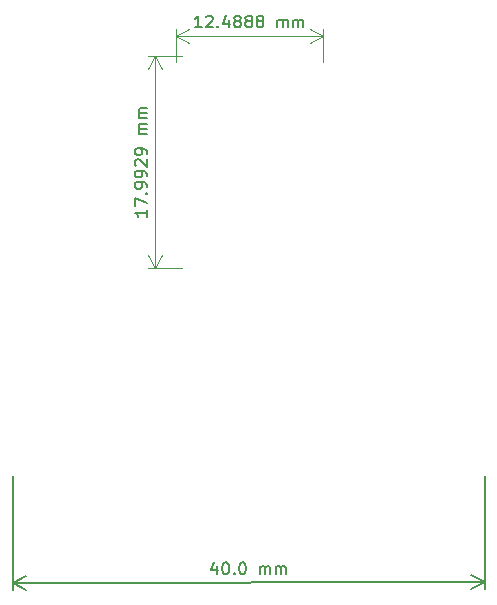
<source format=gbr>
%TF.GenerationSoftware,KiCad,Pcbnew,8.99.0-2194-gb3b7cbcab2*%
%TF.CreationDate,2024-10-21T01:16:46-04:00*%
%TF.ProjectId,shield,73686965-6c64-42e6-9b69-6361645f7063,V1.0*%
%TF.SameCoordinates,Original*%
%TF.FileFunction,Other,Comment*%
%FSLAX46Y46*%
G04 Gerber Fmt 4.6, Leading zero omitted, Abs format (unit mm)*
G04 Created by KiCad (PCBNEW 8.99.0-2194-gb3b7cbcab2) date 2024-10-21 01:16:46*
%MOMM*%
%LPD*%
G01*
G04 APERTURE LIST*
%ADD10C,0.150000*%
%ADD11C,0.100000*%
G04 APERTURE END LIST*
D10*
X146349012Y-129996550D02*
X146349847Y-130663216D01*
X146110440Y-129615896D02*
X145873239Y-130330479D01*
X145873239Y-130330479D02*
X146492286Y-130329704D01*
X147062880Y-129662323D02*
X147158118Y-129662204D01*
X147158118Y-129662204D02*
X147253416Y-129709704D01*
X147253416Y-129709704D02*
X147301094Y-129757263D01*
X147301094Y-129757263D02*
X147348833Y-129852442D01*
X147348833Y-129852442D02*
X147396690Y-130042858D01*
X147396690Y-130042858D02*
X147396988Y-130280953D01*
X147396988Y-130280953D02*
X147349607Y-130471489D01*
X147349607Y-130471489D02*
X147302108Y-130566786D01*
X147302108Y-130566786D02*
X147254548Y-130614465D01*
X147254548Y-130614465D02*
X147159370Y-130662203D01*
X147159370Y-130662203D02*
X147064132Y-130662322D01*
X147064132Y-130662322D02*
X146968834Y-130614823D01*
X146968834Y-130614823D02*
X146921156Y-130567263D01*
X146921156Y-130567263D02*
X146873417Y-130472085D01*
X146873417Y-130472085D02*
X146825560Y-130281668D01*
X146825560Y-130281668D02*
X146825262Y-130043573D01*
X146825262Y-130043573D02*
X146872643Y-129853038D01*
X146872643Y-129853038D02*
X146920142Y-129757740D01*
X146920142Y-129757740D02*
X146967702Y-129710061D01*
X146967702Y-129710061D02*
X147062880Y-129662323D01*
X147825917Y-130566131D02*
X147873595Y-130613690D01*
X147873595Y-130613690D02*
X147826036Y-130661369D01*
X147826036Y-130661369D02*
X147778357Y-130613809D01*
X147778357Y-130613809D02*
X147825917Y-130566131D01*
X147825917Y-130566131D02*
X147826036Y-130661369D01*
X148491450Y-129660535D02*
X148586688Y-129660416D01*
X148586688Y-129660416D02*
X148681986Y-129707916D01*
X148681986Y-129707916D02*
X148729664Y-129755475D01*
X148729664Y-129755475D02*
X148777403Y-129850654D01*
X148777403Y-129850654D02*
X148825260Y-130041070D01*
X148825260Y-130041070D02*
X148825558Y-130279165D01*
X148825558Y-130279165D02*
X148778177Y-130469701D01*
X148778177Y-130469701D02*
X148730677Y-130564998D01*
X148730677Y-130564998D02*
X148683118Y-130612677D01*
X148683118Y-130612677D02*
X148587940Y-130660415D01*
X148587940Y-130660415D02*
X148492702Y-130660534D01*
X148492702Y-130660534D02*
X148397404Y-130613035D01*
X148397404Y-130613035D02*
X148349725Y-130565475D01*
X148349725Y-130565475D02*
X148301987Y-130470297D01*
X148301987Y-130470297D02*
X148254130Y-130279880D01*
X148254130Y-130279880D02*
X148253832Y-130041785D01*
X148253832Y-130041785D02*
X148301212Y-129851250D01*
X148301212Y-129851250D02*
X148348712Y-129755952D01*
X148348712Y-129755952D02*
X148396272Y-129708273D01*
X148396272Y-129708273D02*
X148491450Y-129660535D01*
X150016510Y-130658627D02*
X150015676Y-129991961D01*
X150015795Y-130087199D02*
X150063354Y-130039520D01*
X150063354Y-130039520D02*
X150158533Y-129991782D01*
X150158533Y-129991782D02*
X150301390Y-129991603D01*
X150301390Y-129991603D02*
X150396688Y-130039103D01*
X150396688Y-130039103D02*
X150444426Y-130134282D01*
X150444426Y-130134282D02*
X150445081Y-130658091D01*
X150444426Y-130134282D02*
X150491926Y-130038984D01*
X150491926Y-130038984D02*
X150587104Y-129991246D01*
X150587104Y-129991246D02*
X150729961Y-129991067D01*
X150729961Y-129991067D02*
X150825259Y-130038567D01*
X150825259Y-130038567D02*
X150872997Y-130133745D01*
X150872997Y-130133745D02*
X150873652Y-130657554D01*
X151349842Y-130656958D02*
X151349008Y-129990292D01*
X151349127Y-130085530D02*
X151396686Y-130037852D01*
X151396686Y-130037852D02*
X151491865Y-129990114D01*
X151491865Y-129990114D02*
X151634722Y-129989935D01*
X151634722Y-129989935D02*
X151730019Y-130037435D01*
X151730019Y-130037435D02*
X151777758Y-130132613D01*
X151777758Y-130132613D02*
X151778413Y-130656422D01*
X151777758Y-130132613D02*
X151825258Y-130037315D01*
X151825258Y-130037315D02*
X151920436Y-129989577D01*
X151920436Y-129989577D02*
X152063293Y-129989398D01*
X152063293Y-129989398D02*
X152158591Y-130036898D01*
X152158591Y-130036898D02*
X152206329Y-130132077D01*
X152206329Y-130132077D02*
X152206984Y-130655886D01*
X129078711Y-122360283D02*
X129090734Y-131966419D01*
X169028711Y-122310283D02*
X169040734Y-131916419D01*
X129090000Y-131380000D02*
X169040000Y-131330000D01*
X129090000Y-131380000D02*
X169040000Y-131330000D01*
X129090000Y-131380000D02*
X130215769Y-130792170D01*
X129090000Y-131380000D02*
X130217237Y-131965010D01*
X169040000Y-131330000D02*
X167914231Y-131917830D01*
X169040000Y-131330000D02*
X167912763Y-130744990D01*
X129090000Y-131380000D02*
X169040000Y-131330000D01*
X129090000Y-131380000D02*
X169040000Y-131330000D01*
X129090000Y-131380000D02*
X130215769Y-130792170D01*
X129090000Y-131380000D02*
X130217237Y-131965010D01*
X169040000Y-131330000D02*
X167914231Y-131917830D01*
X169040000Y-131330000D02*
X167912763Y-130744990D01*
X145066071Y-84365102D02*
X144494643Y-84365102D01*
X144780357Y-84365102D02*
X144780357Y-83365102D01*
X144780357Y-83365102D02*
X144685119Y-83507959D01*
X144685119Y-83507959D02*
X144589881Y-83603197D01*
X144589881Y-83603197D02*
X144494643Y-83650816D01*
X145447024Y-83460340D02*
X145494643Y-83412721D01*
X145494643Y-83412721D02*
X145589881Y-83365102D01*
X145589881Y-83365102D02*
X145827976Y-83365102D01*
X145827976Y-83365102D02*
X145923214Y-83412721D01*
X145923214Y-83412721D02*
X145970833Y-83460340D01*
X145970833Y-83460340D02*
X146018452Y-83555578D01*
X146018452Y-83555578D02*
X146018452Y-83650816D01*
X146018452Y-83650816D02*
X145970833Y-83793673D01*
X145970833Y-83793673D02*
X145399405Y-84365102D01*
X145399405Y-84365102D02*
X146018452Y-84365102D01*
X146447024Y-84269863D02*
X146494643Y-84317483D01*
X146494643Y-84317483D02*
X146447024Y-84365102D01*
X146447024Y-84365102D02*
X146399405Y-84317483D01*
X146399405Y-84317483D02*
X146447024Y-84269863D01*
X146447024Y-84269863D02*
X146447024Y-84365102D01*
X147351785Y-83698435D02*
X147351785Y-84365102D01*
X147113690Y-83317483D02*
X146875595Y-84031768D01*
X146875595Y-84031768D02*
X147494642Y-84031768D01*
X148018452Y-83793673D02*
X147923214Y-83746054D01*
X147923214Y-83746054D02*
X147875595Y-83698435D01*
X147875595Y-83698435D02*
X147827976Y-83603197D01*
X147827976Y-83603197D02*
X147827976Y-83555578D01*
X147827976Y-83555578D02*
X147875595Y-83460340D01*
X147875595Y-83460340D02*
X147923214Y-83412721D01*
X147923214Y-83412721D02*
X148018452Y-83365102D01*
X148018452Y-83365102D02*
X148208928Y-83365102D01*
X148208928Y-83365102D02*
X148304166Y-83412721D01*
X148304166Y-83412721D02*
X148351785Y-83460340D01*
X148351785Y-83460340D02*
X148399404Y-83555578D01*
X148399404Y-83555578D02*
X148399404Y-83603197D01*
X148399404Y-83603197D02*
X148351785Y-83698435D01*
X148351785Y-83698435D02*
X148304166Y-83746054D01*
X148304166Y-83746054D02*
X148208928Y-83793673D01*
X148208928Y-83793673D02*
X148018452Y-83793673D01*
X148018452Y-83793673D02*
X147923214Y-83841292D01*
X147923214Y-83841292D02*
X147875595Y-83888911D01*
X147875595Y-83888911D02*
X147827976Y-83984149D01*
X147827976Y-83984149D02*
X147827976Y-84174625D01*
X147827976Y-84174625D02*
X147875595Y-84269863D01*
X147875595Y-84269863D02*
X147923214Y-84317483D01*
X147923214Y-84317483D02*
X148018452Y-84365102D01*
X148018452Y-84365102D02*
X148208928Y-84365102D01*
X148208928Y-84365102D02*
X148304166Y-84317483D01*
X148304166Y-84317483D02*
X148351785Y-84269863D01*
X148351785Y-84269863D02*
X148399404Y-84174625D01*
X148399404Y-84174625D02*
X148399404Y-83984149D01*
X148399404Y-83984149D02*
X148351785Y-83888911D01*
X148351785Y-83888911D02*
X148304166Y-83841292D01*
X148304166Y-83841292D02*
X148208928Y-83793673D01*
X148970833Y-83793673D02*
X148875595Y-83746054D01*
X148875595Y-83746054D02*
X148827976Y-83698435D01*
X148827976Y-83698435D02*
X148780357Y-83603197D01*
X148780357Y-83603197D02*
X148780357Y-83555578D01*
X148780357Y-83555578D02*
X148827976Y-83460340D01*
X148827976Y-83460340D02*
X148875595Y-83412721D01*
X148875595Y-83412721D02*
X148970833Y-83365102D01*
X148970833Y-83365102D02*
X149161309Y-83365102D01*
X149161309Y-83365102D02*
X149256547Y-83412721D01*
X149256547Y-83412721D02*
X149304166Y-83460340D01*
X149304166Y-83460340D02*
X149351785Y-83555578D01*
X149351785Y-83555578D02*
X149351785Y-83603197D01*
X149351785Y-83603197D02*
X149304166Y-83698435D01*
X149304166Y-83698435D02*
X149256547Y-83746054D01*
X149256547Y-83746054D02*
X149161309Y-83793673D01*
X149161309Y-83793673D02*
X148970833Y-83793673D01*
X148970833Y-83793673D02*
X148875595Y-83841292D01*
X148875595Y-83841292D02*
X148827976Y-83888911D01*
X148827976Y-83888911D02*
X148780357Y-83984149D01*
X148780357Y-83984149D02*
X148780357Y-84174625D01*
X148780357Y-84174625D02*
X148827976Y-84269863D01*
X148827976Y-84269863D02*
X148875595Y-84317483D01*
X148875595Y-84317483D02*
X148970833Y-84365102D01*
X148970833Y-84365102D02*
X149161309Y-84365102D01*
X149161309Y-84365102D02*
X149256547Y-84317483D01*
X149256547Y-84317483D02*
X149304166Y-84269863D01*
X149304166Y-84269863D02*
X149351785Y-84174625D01*
X149351785Y-84174625D02*
X149351785Y-83984149D01*
X149351785Y-83984149D02*
X149304166Y-83888911D01*
X149304166Y-83888911D02*
X149256547Y-83841292D01*
X149256547Y-83841292D02*
X149161309Y-83793673D01*
X149923214Y-83793673D02*
X149827976Y-83746054D01*
X149827976Y-83746054D02*
X149780357Y-83698435D01*
X149780357Y-83698435D02*
X149732738Y-83603197D01*
X149732738Y-83603197D02*
X149732738Y-83555578D01*
X149732738Y-83555578D02*
X149780357Y-83460340D01*
X149780357Y-83460340D02*
X149827976Y-83412721D01*
X149827976Y-83412721D02*
X149923214Y-83365102D01*
X149923214Y-83365102D02*
X150113690Y-83365102D01*
X150113690Y-83365102D02*
X150208928Y-83412721D01*
X150208928Y-83412721D02*
X150256547Y-83460340D01*
X150256547Y-83460340D02*
X150304166Y-83555578D01*
X150304166Y-83555578D02*
X150304166Y-83603197D01*
X150304166Y-83603197D02*
X150256547Y-83698435D01*
X150256547Y-83698435D02*
X150208928Y-83746054D01*
X150208928Y-83746054D02*
X150113690Y-83793673D01*
X150113690Y-83793673D02*
X149923214Y-83793673D01*
X149923214Y-83793673D02*
X149827976Y-83841292D01*
X149827976Y-83841292D02*
X149780357Y-83888911D01*
X149780357Y-83888911D02*
X149732738Y-83984149D01*
X149732738Y-83984149D02*
X149732738Y-84174625D01*
X149732738Y-84174625D02*
X149780357Y-84269863D01*
X149780357Y-84269863D02*
X149827976Y-84317483D01*
X149827976Y-84317483D02*
X149923214Y-84365102D01*
X149923214Y-84365102D02*
X150113690Y-84365102D01*
X150113690Y-84365102D02*
X150208928Y-84317483D01*
X150208928Y-84317483D02*
X150256547Y-84269863D01*
X150256547Y-84269863D02*
X150304166Y-84174625D01*
X150304166Y-84174625D02*
X150304166Y-83984149D01*
X150304166Y-83984149D02*
X150256547Y-83888911D01*
X150256547Y-83888911D02*
X150208928Y-83841292D01*
X150208928Y-83841292D02*
X150113690Y-83793673D01*
X151494643Y-84365102D02*
X151494643Y-83698435D01*
X151494643Y-83793673D02*
X151542262Y-83746054D01*
X151542262Y-83746054D02*
X151637500Y-83698435D01*
X151637500Y-83698435D02*
X151780357Y-83698435D01*
X151780357Y-83698435D02*
X151875595Y-83746054D01*
X151875595Y-83746054D02*
X151923214Y-83841292D01*
X151923214Y-83841292D02*
X151923214Y-84365102D01*
X151923214Y-83841292D02*
X151970833Y-83746054D01*
X151970833Y-83746054D02*
X152066071Y-83698435D01*
X152066071Y-83698435D02*
X152208928Y-83698435D01*
X152208928Y-83698435D02*
X152304167Y-83746054D01*
X152304167Y-83746054D02*
X152351786Y-83841292D01*
X152351786Y-83841292D02*
X152351786Y-84365102D01*
X152827976Y-84365102D02*
X152827976Y-83698435D01*
X152827976Y-83793673D02*
X152875595Y-83746054D01*
X152875595Y-83746054D02*
X152970833Y-83698435D01*
X152970833Y-83698435D02*
X153113690Y-83698435D01*
X153113690Y-83698435D02*
X153208928Y-83746054D01*
X153208928Y-83746054D02*
X153256547Y-83841292D01*
X153256547Y-83841292D02*
X153256547Y-84365102D01*
X153256547Y-83841292D02*
X153304166Y-83746054D01*
X153304166Y-83746054D02*
X153399404Y-83698435D01*
X153399404Y-83698435D02*
X153542261Y-83698435D01*
X153542261Y-83698435D02*
X153637500Y-83746054D01*
X153637500Y-83746054D02*
X153685119Y-83841292D01*
X153685119Y-83841292D02*
X153685119Y-84365102D01*
D11*
X142869294Y-87267454D02*
X142869294Y-84473863D01*
X155358085Y-84473863D02*
X155358085Y-87260347D01*
X142869294Y-85060283D02*
X155358085Y-85060283D01*
X142869294Y-85060283D02*
X155358085Y-85060283D01*
X142869294Y-85060283D02*
X143995798Y-84473862D01*
X142869294Y-85060283D02*
X143995798Y-85646704D01*
X155358085Y-85060283D02*
X154231581Y-85646704D01*
X155358085Y-85060283D02*
X154231581Y-84473862D01*
X142869294Y-85060283D02*
X155358085Y-85060283D01*
X142869294Y-85060283D02*
X155358085Y-85060283D01*
X142869294Y-85060283D02*
X143995798Y-84473862D01*
X142869294Y-85060283D02*
X143995798Y-85646704D01*
X155358085Y-85060283D02*
X154231581Y-85646704D01*
X155358085Y-85060283D02*
X154231581Y-84473862D01*
D10*
X140422904Y-99811519D02*
X140422904Y-100382947D01*
X140422904Y-100097233D02*
X139422904Y-100097233D01*
X139422904Y-100097233D02*
X139565761Y-100192471D01*
X139565761Y-100192471D02*
X139660999Y-100287709D01*
X139660999Y-100287709D02*
X139708618Y-100382947D01*
X139422904Y-99478185D02*
X139422904Y-98811519D01*
X139422904Y-98811519D02*
X140422904Y-99240090D01*
X140327665Y-98430566D02*
X140375285Y-98382947D01*
X140375285Y-98382947D02*
X140422904Y-98430566D01*
X140422904Y-98430566D02*
X140375285Y-98478185D01*
X140375285Y-98478185D02*
X140327665Y-98430566D01*
X140327665Y-98430566D02*
X140422904Y-98430566D01*
X140422904Y-97906757D02*
X140422904Y-97716281D01*
X140422904Y-97716281D02*
X140375285Y-97621043D01*
X140375285Y-97621043D02*
X140327665Y-97573424D01*
X140327665Y-97573424D02*
X140184808Y-97478186D01*
X140184808Y-97478186D02*
X139994332Y-97430567D01*
X139994332Y-97430567D02*
X139613380Y-97430567D01*
X139613380Y-97430567D02*
X139518142Y-97478186D01*
X139518142Y-97478186D02*
X139470523Y-97525805D01*
X139470523Y-97525805D02*
X139422904Y-97621043D01*
X139422904Y-97621043D02*
X139422904Y-97811519D01*
X139422904Y-97811519D02*
X139470523Y-97906757D01*
X139470523Y-97906757D02*
X139518142Y-97954376D01*
X139518142Y-97954376D02*
X139613380Y-98001995D01*
X139613380Y-98001995D02*
X139851475Y-98001995D01*
X139851475Y-98001995D02*
X139946713Y-97954376D01*
X139946713Y-97954376D02*
X139994332Y-97906757D01*
X139994332Y-97906757D02*
X140041951Y-97811519D01*
X140041951Y-97811519D02*
X140041951Y-97621043D01*
X140041951Y-97621043D02*
X139994332Y-97525805D01*
X139994332Y-97525805D02*
X139946713Y-97478186D01*
X139946713Y-97478186D02*
X139851475Y-97430567D01*
X140422904Y-96954376D02*
X140422904Y-96763900D01*
X140422904Y-96763900D02*
X140375285Y-96668662D01*
X140375285Y-96668662D02*
X140327665Y-96621043D01*
X140327665Y-96621043D02*
X140184808Y-96525805D01*
X140184808Y-96525805D02*
X139994332Y-96478186D01*
X139994332Y-96478186D02*
X139613380Y-96478186D01*
X139613380Y-96478186D02*
X139518142Y-96525805D01*
X139518142Y-96525805D02*
X139470523Y-96573424D01*
X139470523Y-96573424D02*
X139422904Y-96668662D01*
X139422904Y-96668662D02*
X139422904Y-96859138D01*
X139422904Y-96859138D02*
X139470523Y-96954376D01*
X139470523Y-96954376D02*
X139518142Y-97001995D01*
X139518142Y-97001995D02*
X139613380Y-97049614D01*
X139613380Y-97049614D02*
X139851475Y-97049614D01*
X139851475Y-97049614D02*
X139946713Y-97001995D01*
X139946713Y-97001995D02*
X139994332Y-96954376D01*
X139994332Y-96954376D02*
X140041951Y-96859138D01*
X140041951Y-96859138D02*
X140041951Y-96668662D01*
X140041951Y-96668662D02*
X139994332Y-96573424D01*
X139994332Y-96573424D02*
X139946713Y-96525805D01*
X139946713Y-96525805D02*
X139851475Y-96478186D01*
X139518142Y-96097233D02*
X139470523Y-96049614D01*
X139470523Y-96049614D02*
X139422904Y-95954376D01*
X139422904Y-95954376D02*
X139422904Y-95716281D01*
X139422904Y-95716281D02*
X139470523Y-95621043D01*
X139470523Y-95621043D02*
X139518142Y-95573424D01*
X139518142Y-95573424D02*
X139613380Y-95525805D01*
X139613380Y-95525805D02*
X139708618Y-95525805D01*
X139708618Y-95525805D02*
X139851475Y-95573424D01*
X139851475Y-95573424D02*
X140422904Y-96144852D01*
X140422904Y-96144852D02*
X140422904Y-95525805D01*
X140422904Y-95049614D02*
X140422904Y-94859138D01*
X140422904Y-94859138D02*
X140375285Y-94763900D01*
X140375285Y-94763900D02*
X140327665Y-94716281D01*
X140327665Y-94716281D02*
X140184808Y-94621043D01*
X140184808Y-94621043D02*
X139994332Y-94573424D01*
X139994332Y-94573424D02*
X139613380Y-94573424D01*
X139613380Y-94573424D02*
X139518142Y-94621043D01*
X139518142Y-94621043D02*
X139470523Y-94668662D01*
X139470523Y-94668662D02*
X139422904Y-94763900D01*
X139422904Y-94763900D02*
X139422904Y-94954376D01*
X139422904Y-94954376D02*
X139470523Y-95049614D01*
X139470523Y-95049614D02*
X139518142Y-95097233D01*
X139518142Y-95097233D02*
X139613380Y-95144852D01*
X139613380Y-95144852D02*
X139851475Y-95144852D01*
X139851475Y-95144852D02*
X139946713Y-95097233D01*
X139946713Y-95097233D02*
X139994332Y-95049614D01*
X139994332Y-95049614D02*
X140041951Y-94954376D01*
X140041951Y-94954376D02*
X140041951Y-94763900D01*
X140041951Y-94763900D02*
X139994332Y-94668662D01*
X139994332Y-94668662D02*
X139946713Y-94621043D01*
X139946713Y-94621043D02*
X139851475Y-94573424D01*
X140422904Y-93382947D02*
X139756237Y-93382947D01*
X139851475Y-93382947D02*
X139803856Y-93335328D01*
X139803856Y-93335328D02*
X139756237Y-93240090D01*
X139756237Y-93240090D02*
X139756237Y-93097233D01*
X139756237Y-93097233D02*
X139803856Y-93001995D01*
X139803856Y-93001995D02*
X139899094Y-92954376D01*
X139899094Y-92954376D02*
X140422904Y-92954376D01*
X139899094Y-92954376D02*
X139803856Y-92906757D01*
X139803856Y-92906757D02*
X139756237Y-92811519D01*
X139756237Y-92811519D02*
X139756237Y-92668662D01*
X139756237Y-92668662D02*
X139803856Y-92573423D01*
X139803856Y-92573423D02*
X139899094Y-92525804D01*
X139899094Y-92525804D02*
X140422904Y-92525804D01*
X140422904Y-92049614D02*
X139756237Y-92049614D01*
X139851475Y-92049614D02*
X139803856Y-92001995D01*
X139803856Y-92001995D02*
X139756237Y-91906757D01*
X139756237Y-91906757D02*
X139756237Y-91763900D01*
X139756237Y-91763900D02*
X139803856Y-91668662D01*
X139803856Y-91668662D02*
X139899094Y-91621043D01*
X139899094Y-91621043D02*
X140422904Y-91621043D01*
X139899094Y-91621043D02*
X139803856Y-91573424D01*
X139803856Y-91573424D02*
X139756237Y-91478186D01*
X139756237Y-91478186D02*
X139756237Y-91335329D01*
X139756237Y-91335329D02*
X139803856Y-91240090D01*
X139803856Y-91240090D02*
X139899094Y-91192471D01*
X139899094Y-91192471D02*
X140422904Y-91192471D01*
D11*
X143369294Y-86767454D02*
X140531665Y-86767454D01*
X140531665Y-104760347D02*
X143376399Y-104760347D01*
X141118085Y-86767454D02*
X141118085Y-104760347D01*
X141118085Y-86767454D02*
X141118085Y-104760347D01*
X141118085Y-86767454D02*
X141704506Y-87893958D01*
X141118085Y-86767454D02*
X140531664Y-87893958D01*
X141118085Y-104760347D02*
X140531664Y-103633843D01*
X141118085Y-104760347D02*
X141704506Y-103633843D01*
X141118085Y-86767454D02*
X141118085Y-104760347D01*
X141118085Y-86767454D02*
X141118085Y-104760347D01*
X141118085Y-86767454D02*
X141704506Y-87893958D01*
X141118085Y-86767454D02*
X140531664Y-87893958D01*
X141118085Y-104760347D02*
X140531664Y-103633843D01*
X141118085Y-104760347D02*
X141704506Y-103633843D01*
M02*

</source>
